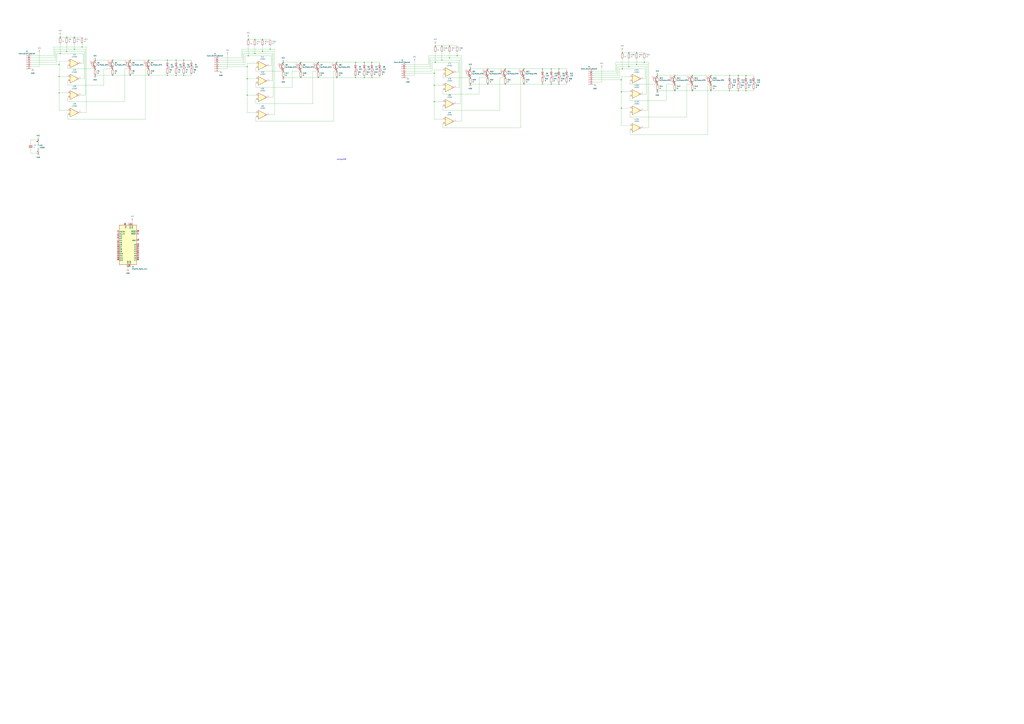
<source format=kicad_sch>
(kicad_sch (version 20250114) (generator "eeschema") (generator_version "9.0")
  (paper "A0")
  (text "atmega328" (at 396.494 185.166 0) (effects (font (size 1.27 1.27))))
  (junction (at 110.49 80.01))
  (junction (at 287.02 77.47))
  (junction (at 825.5 105.41))
  (junction (at 288.29 64.77))
  (junction (at 648.97 80.01))
  (junction (at 304.8 45.72))
  (junction (at 69.85 62.23))
  (junction (at 68.58 74.93))
  (junction (at 130.81 69.85))
  (junction (at 803.91 87.63))
  (junction (at 748.03 72.39))
  (junction (at 504.19 99.06))
  (junction (at 783.59 97.79))
  (junction (at 130.81 80.01))
  (junction (at 77.47 59.69))
  (junction (at 412.75 90.17))
  (junction (at 86.36 43.18))
  (junction (at 739.14 74.93))
  (junction (at 95.25 54.61))
  (junction (at 213.36 69.85))
  (junction (at 847.09 105.41))
  (junction (at 204.47 87.63))
  (junction (at 721.36 92.71))
  (junction (at 328.93 82.55))
  (junction (at 847.09 87.63))
  (junction (at 213.36 87.63))
  (junction (at 608.33 80.01))
  (junction (at 825.5 97.79))
  (junction (at 422.91 72.39))
  (junction (at 513.08 69.85))
  (junction (at 431.8 72.39))
  (junction (at 391.16 72.39))
  (junction (at 640.08 97.79))
  (junction (at 608.33 90.17))
  (junction (at 77.47 43.18))
  (junction (at 763.27 97.79))
  (junction (at 803.91 97.79))
  (junction (at 721.36 125.73))
  (junction (at 288.29 45.72))
  (junction (at 739.14 60.96))
  (junction (at 566.42 97.79))
  (junction (at 391.16 90.17))
  (junction (at 304.8 59.69))
  (junction (at 783.59 105.41))
  (junction (at 857.25 87.63))
  (junction (at 369.57 72.39))
  (junction (at 287.02 110.49))
  (junction (at 44.45 162.56))
  (junction (at 566.42 90.17))
  (junction (at 422.91 90.17))
  (junction (at 391.16 82.55))
  (junction (at 130.81 87.63))
  (junction (at 44.45 177.8))
  (junction (at 763.27 87.63))
  (junction (at 172.72 80.01))
  (junction (at 86.36 57.15))
  (junction (at 369.57 90.17))
  (junction (at 151.13 80.01))
  (junction (at 69.85 43.18))
  (junction (at 172.72 69.85))
  (junction (at 546.1 90.17))
  (junction (at 825.5 87.63))
  (junction (at 151.13 69.85))
  (junction (at 783.59 87.63))
  (junction (at 530.86 64.77))
  (junction (at 349.25 82.55))
  (junction (at 172.72 87.63))
  (junction (at 857.25 105.41))
  (junction (at 608.33 97.79))
  (junction (at 629.92 97.79))
  (junction (at 721.36 106.68))
  (junction (at 866.14 87.63))
  (junction (at 546.1 97.79))
  (junction (at 295.91 45.72))
  (junction (at 586.74 90.17))
  (junction (at 730.25 60.96))
  (junction (at 566.42 80.01))
  (junction (at 521.97 67.31))
  (junction (at 504.19 118.11))
  (junction (at 586.74 97.79))
  (junction (at 328.93 90.17))
  (junction (at 110.49 87.63))
  (junction (at 505.46 53.34))
  (junction (at 349.25 72.39))
  (junction (at 194.31 69.85))
  (junction (at 504.19 85.09))
  (junction (at 110.49 69.85))
  (junction (at 68.58 107.95))
  (junction (at 431.8 90.17))
  (junction (at 412.75 72.39))
  (junction (at 763.27 105.41))
  (junction (at 369.57 82.55))
  (junction (at 505.46 72.39))
  (junction (at 546.1 80.01))
  (junction (at 295.91 62.23))
  (junction (at 730.25 77.47))
  (junction (at 648.97 97.79))
  (junction (at 151.13 87.63))
  (junction (at 722.63 80.01))
  (junction (at 148.59 309.88))
  (junction (at 204.47 69.85))
  (junction (at 629.92 80.01))
  (junction (at 586.74 80.01))
  (junction (at 513.08 53.34))
  (junction (at 287.02 91.44))
  (junction (at 521.97 53.34))
  (junction (at 803.91 105.41))
  (junction (at 866.14 105.41))
  (junction (at 349.25 90.17))
  (junction (at 328.93 72.39))
  (junction (at 313.69 57.15))
  (junction (at 640.08 80.01))
  (junction (at 194.31 87.63))
  (junction (at 68.58 88.9))
  (junction (at 722.63 60.96))
  (wire (pts (xy 35.56 64.77) (xy 62.23 64.77)))
  (wire (pts (xy 471.17 80.01) (xy 500.38 80.01)))
  (wire (pts (xy 749.3 91.44) (xy 749.3 80.01)))
  (wire (pts (xy 497.84 64.77) (xy 530.86 64.77)))
  (wire (pts (xy 773.43 116.84) (xy 731.52 116.84)))
  (wire (pts (xy 875.03 87.63) (xy 875.03 88.9)))
  (wire (pts (xy 264.16 80.01) (xy 264.16 63.5)))
  (wire (pts (xy 144.78 80.01) (xy 151.13 80.01)))
  (wire (pts (xy 317.5 59.69) (xy 304.8 59.69)))
  (wire (pts (xy 297.18 101.6) (xy 297.18 96.52)))
  (wire (pts (xy 35.56 162.56) (xy 44.45 162.56)))
  (wire (pts (xy 629.92 96.52) (xy 629.92 97.79)))
  (wire (pts (xy 698.5 95.25) (xy 698.5 78.74)))
  (wire (pts (xy 254 82.55) (xy 256.54 82.55)))
  (wire (pts (xy 534.67 120.65) (xy 534.67 67.31)))
  (wire (pts (xy 513.08 69.85) (xy 533.4 69.85)))
  (wire (pts (xy 287.02 73.66) (xy 287.02 77.47)))
  (wire (pts (xy 731.52 116.84) (xy 731.52 111.76)))
  (wire (pts (xy 69.85 62.23) (xy 96.52 62.23)))
  (wire (pts (xy 35.56 80.01) (xy 38.1 80.01)))
  (wire (pts (xy 514.35 118.11) (xy 504.19 118.11)))
  (wire (pts (xy 64.77 59.69) (xy 77.47 59.69)))
  (wire (pts (xy 297.18 130.81) (xy 287.02 130.81)))
  (wire (pts (xy 546.1 97.79) (xy 566.42 97.79)))
  (wire (pts (xy 797.56 135.89) (xy 797.56 97.79)))
  (wire (pts (xy 45.72 77.47) (xy 45.72 60.96)))
  (wire (pts (xy 857.25 87.63) (xy 866.14 87.63)))
  (wire (pts (xy 566.42 97.79) (xy 586.74 97.79)))
  (wire (pts (xy 172.72 87.63) (xy 194.31 87.63)))
  (wire (pts (xy 657.86 97.79) (xy 657.86 96.52)))
  (wire (pts (xy 688.34 95.25) (xy 698.5 95.25)))
  (wire (pts (xy 68.58 88.9) (xy 78.74 88.9)))
  (wire (pts (xy 254 77.47) (xy 287.02 77.47)))
  (wire (pts (xy 648.97 80.01) (xy 657.86 80.01)))
  (wire (pts (xy 297.18 135.89) (xy 297.18 140.97)))
  (wire (pts (xy 297.18 82.55) (xy 297.18 78.74)))
  (wire (pts (xy 313.69 57.15) (xy 318.77 57.15)))
  (wire (pts (xy 746.76 128.27) (xy 751.84 128.27)))
  (wire (pts (xy 718.82 80.01) (xy 718.82 90.17)))
  (wire (pts (xy 63.5 67.31) (xy 35.56 67.31)))
  (wire (pts (xy 78.74 128.27) (xy 68.58 128.27)))
  (wire (pts (xy 521.97 53.34) (xy 530.86 53.34)))
  (wire (pts (xy 284.48 64.77) (xy 284.48 74.93)))
  (wire (pts (xy 530.86 64.77) (xy 535.94 64.77)))
  (wire (pts (xy 422.91 90.17) (xy 422.91 88.9)))
  (wire (pts (xy 369.57 72.39) (xy 391.16 72.39)))
  (wire (pts (xy 297.18 115.57) (xy 297.18 120.65)))
  (wire (pts (xy 63.5 57.15) (xy 63.5 67.31)))
  (wire (pts (xy 130.81 80.01) (xy 120.65 80.01)))
  (wire (pts (xy 866.14 105.41) (xy 875.03 105.41)))
  (wire (pts (xy 688.34 97.79) (xy 690.88 97.79)))
  (wire (pts (xy 363.22 120.65) (xy 363.22 82.55)))
  (wire (pts (xy 194.31 86.36) (xy 194.31 87.63)))
  (wire (pts (xy 287.02 130.81) (xy 287.02 110.49)))
  (wire (pts (xy 35.56 74.93) (xy 68.58 74.93)))
  (wire (pts (xy 317.5 113.03) (xy 317.5 59.69)))
  (wire (pts (xy 62.23 64.77) (xy 62.23 54.61)))
  (wire (pts (xy 168.91 138.43) (xy 168.91 80.01)))
  (wire (pts (xy 97.79 59.69) (xy 97.79 91.44)))
  (wire (pts (xy 391.16 72.39) (xy 412.75 72.39)))
  (wire (pts (xy 715.01 82.55) (xy 715.01 72.39)))
  (wire (pts (xy 280.67 57.15) (xy 313.69 57.15)))
  (wire (pts (xy 281.94 69.85) (xy 254 69.85)))
  (wire (pts (xy 110.49 87.63) (xy 130.81 87.63)))
  (wire (pts (xy 328.93 90.17) (xy 349.25 90.17)))
  (wire (pts (xy 521.97 67.31) (xy 499.11 67.31)))
  (wire (pts (xy 204.47 69.85) (xy 204.47 71.12)))
  (wire (pts (xy 471.17 90.17) (xy 473.71 90.17)))
  (wire (pts (xy 847.09 104.14) (xy 847.09 105.41)))
  (wire (pts (xy 722.63 68.58) (xy 722.63 80.01)))
  (wire (pts (xy 505.46 53.34) (xy 505.46 54.61)))
  (wire (pts (xy 297.18 140.97) (xy 387.35 140.97)))
  (wire (pts (xy 783.59 105.41) (xy 803.91 105.41)))
  (wire (pts (xy 78.74 80.01) (xy 78.74 76.2)))
  (wire (pts (xy 304.8 59.69) (xy 281.94 59.69)))
  (wire (pts (xy 93.98 110.49) (xy 99.06 110.49)))
  (wire (pts (xy 748.03 72.39) (xy 753.11 72.39)))
  (wire (pts (xy 505.46 60.96) (xy 505.46 72.39)))
  (wire (pts (xy 151.13 69.85) (xy 172.72 69.85)))
  (wire (pts (xy 412.75 90.17) (xy 422.91 90.17)))
  (wire (pts (xy 566.42 80.01) (xy 586.74 80.01)))
  (wire (pts (xy 566.42 90.17) (xy 556.26 90.17)))
  (wire (pts (xy 69.85 43.18) (xy 77.47 43.18)))
  (wire (pts (xy 78.74 138.43) (xy 168.91 138.43)))
  (wire (pts (xy 349.25 82.55) (xy 339.09 82.55)))
  (wire (pts (xy 753.11 148.59) (xy 746.76 148.59)))
  (wire (pts (xy 847.09 87.63) (xy 857.25 87.63)))
  (wire (pts (xy 66.04 72.39) (xy 35.56 72.39)))
  (wire (pts (xy 750.57 77.47) (xy 750.57 109.22)))
  (wire (pts (xy 35.56 177.8) (xy 44.45 177.8)))
  (wire (pts (xy 391.16 90.17) (xy 412.75 90.17)))
  (wire (pts (xy 318.77 133.35) (xy 312.42 133.35)))
  (wire (pts (xy 640.08 80.01) (xy 640.08 81.28)))
  (wire (pts (xy 608.33 97.79) (xy 629.92 97.79)))
  (wire (pts (xy 66.04 62.23) (xy 69.85 62.23)))
  (wire (pts (xy 722.63 58.42) (xy 722.63 60.96)))
  (wire (pts (xy 194.31 69.85) (xy 204.47 69.85)))
  (wire (pts (xy 731.52 97.79) (xy 763.27 97.79)))
  (wire (pts (xy 110.49 69.85) (xy 130.81 69.85)))
  (wire (pts (xy 533.4 101.6) (xy 529.59 101.6)))
  (wire (pts (xy 730.25 68.58) (xy 730.25 77.47)))
  (wire (pts (xy 721.36 88.9) (xy 721.36 92.71)))
  (wire (pts (xy 288.29 64.77) (xy 314.96 64.77)))
  (wire (pts (xy 422.91 90.17) (xy 431.8 90.17)))
  (wire (pts (xy 440.69 90.17) (xy 440.69 88.9)))
  (wire (pts (xy 130.81 87.63) (xy 151.13 87.63)))
  (wire (pts (xy 721.36 92.71) (xy 721.36 106.68)))
  (wire (pts (xy 316.23 93.98) (xy 312.42 93.98)))
  (wire (pts (xy 504.19 138.43) (xy 504.19 118.11)))
  (wire (pts (xy 431.8 72.39) (xy 431.8 73.66)))
  (wire (pts (xy 722.63 60.96) (xy 730.25 60.96)))
  (wire (pts (xy 648.97 97.79) (xy 657.86 97.79)))
  (wire (pts (xy 739.14 60.96) (xy 748.03 60.96)))
  (wire (pts (xy 803.91 105.41) (xy 825.5 105.41)))
  (wire (pts (xy 349.25 90.17) (xy 369.57 90.17)))
  (wire (pts (xy 751.84 128.27) (xy 751.84 74.93)))
  (wire (pts (xy 318.77 57.15) (xy 318.77 133.35)))
  (wire (pts (xy 731.52 125.73) (xy 721.36 125.73)))
  (wire (pts (xy 297.18 73.66) (xy 287.02 73.66)))
  (wire (pts (xy 739.14 68.58) (xy 739.14 74.93)))
  (wire (pts (xy 504.19 118.11) (xy 504.19 99.06)))
  (wire (pts (xy 387.35 140.97) (xy 387.35 82.55)))
  (wire (pts (xy 313.69 53.34) (xy 313.69 57.15)))
  (wire (pts (xy 77.47 43.18) (xy 86.36 43.18)))
  (wire (pts (xy 281.94 59.69) (xy 281.94 69.85)))
  (wire (pts (xy 148.59 309.88) (xy 148.59 312.42)))
  (wire (pts (xy 471.17 87.63) (xy 481.33 87.63)))
  (wire (pts (xy 866.14 87.63) (xy 875.03 87.63)))
  (wire (pts (xy 731.52 130.81) (xy 731.52 135.89)))
  (wire (pts (xy 222.25 87.63) (xy 222.25 86.36)))
  (wire (pts (xy 505.46 72.39) (xy 532.13 72.39)))
  (wire (pts (xy 35.56 166.37) (xy 35.56 162.56)))
  (wire (pts (xy 731.52 88.9) (xy 721.36 88.9)))
  (wire (pts (xy 120.65 80.01) (xy 120.65 99.06)))
  (wire (pts (xy 194.31 69.85) (xy 194.31 71.12)))
  (wire (pts (xy 78.74 99.06) (xy 78.74 93.98)))
  (wire (pts (xy 194.31 87.63) (xy 204.47 87.63)))
  (wire (pts (xy 254 67.31) (xy 280.67 67.31)))
  (wire (pts (xy 77.47 59.69) (xy 97.79 59.69)))
  (wire (pts (xy 312.42 76.2) (xy 314.96 76.2)))
  (wire (pts (xy 304.8 53.34) (xy 304.8 59.69)))
  (wire (pts (xy 130.81 69.85) (xy 151.13 69.85)))
  (wire (pts (xy 68.58 74.93) (xy 68.58 88.9)))
  (wire (pts (xy 763.27 105.41) (xy 783.59 105.41)))
  (wire (pts (xy 99.06 110.49) (xy 99.06 57.15)))
  (wire (pts (xy 648.97 96.52) (xy 648.97 97.79)))
  (wire (pts (xy 283.21 72.39) (xy 283.21 62.23)))
  (wire (pts (xy 422.91 72.39) (xy 422.91 73.66)))
  (wire (pts (xy 78.74 113.03) (xy 78.74 118.11)))
  (wire (pts (xy 586.74 97.79) (xy 608.33 97.79)))
  (wire (pts (xy 529.59 83.82) (xy 532.13 83.82)))
  (wire (pts (xy 412.75 72.39) (xy 422.91 72.39)))
  (wire (pts (xy 501.65 72.39) (xy 501.65 82.55)))
  (wire (pts (xy 730.25 60.96) (xy 739.14 60.96)))
  (wire (pts (xy 297.18 120.65) (xy 363.22 120.65)))
  (wire (pts (xy 100.33 130.81) (xy 93.98 130.81)))
  (wire (pts (xy 534.67 67.31) (xy 521.97 67.31)))
  (wire (pts (xy 99.06 57.15) (xy 86.36 57.15)))
  (wire (pts (xy 746.76 91.44) (xy 749.3 91.44)))
  (wire (pts (xy 35.56 173.99) (xy 35.56 177.8)))
  (wire (pts (xy 857.25 87.63) (xy 857.25 88.9)))
  (wire (pts (xy 471.17 74.93) (xy 497.84 74.93)))
  (wire (pts (xy 431.8 90.17) (xy 440.69 90.17)))
  (wire (pts (xy 629.92 80.01) (xy 629.92 81.28)))
  (wire (pts (xy 513.08 53.34) (xy 521.97 53.34)))
  (wire (pts (xy 213.36 87.63) (xy 222.25 87.63)))
  (wire (pts (xy 556.26 90.17) (xy 556.26 109.22)))
  (wire (pts (xy 514.35 128.27) (xy 580.39 128.27)))
  (wire (pts (xy 535.94 140.97) (xy 529.59 140.97)))
  (wire (pts (xy 440.69 72.39) (xy 440.69 73.66)))
  (wire (pts (xy 847.09 87.63) (xy 847.09 88.9)))
  (wire (pts (xy 847.09 105.41) (xy 857.25 105.41)))
  (wire (pts (xy 288.29 45.72) (xy 295.91 45.72)))
  (wire (pts (xy 722.63 60.96) (xy 722.63 62.23)))
  (wire (pts (xy 730.25 77.47) (xy 750.57 77.47)))
  (wire (pts (xy 369.57 90.17) (xy 391.16 90.17)))
  (wire (pts (xy 783.59 97.79) (xy 773.43 97.79)))
  (wire (pts (xy 284.48 64.77) (xy 288.29 64.77)))
  (wire (pts (xy 387.35 82.55) (xy 391.16 82.55)))
  (wire (pts (xy 514.35 138.43) (xy 504.19 138.43)))
  (wire (pts (xy 514.35 123.19) (xy 514.35 128.27)))
  (wire (pts (xy 86.36 43.18) (xy 95.25 43.18)))
  (wire (pts (xy 731.52 156.21) (xy 821.69 156.21)))
  (wire (pts (xy 731.52 146.05) (xy 721.36 146.05)))
  (wire (pts (xy 514.35 143.51) (xy 514.35 148.59)))
  (wire (pts (xy 640.08 80.01) (xy 648.97 80.01)))
  (wire (pts (xy 501.65 72.39) (xy 505.46 72.39)))
  (wire (pts (xy 751.84 74.93) (xy 739.14 74.93)))
  (wire (pts (xy 297.18 110.49) (xy 287.02 110.49)))
  (wire (pts (xy 866.14 87.63) (xy 866.14 88.9)))
  (wire (pts (xy 412.75 88.9) (xy 412.75 90.17)))
  (wire (pts (xy 688.34 82.55) (xy 715.01 82.55)))
  (wire (pts (xy 866.14 104.14) (xy 866.14 105.41)))
  (wire (pts (xy 328.93 72.39) (xy 349.25 72.39)))
  (wire (pts (xy 604.52 148.59) (xy 604.52 90.17)))
  (wire (pts (xy 295.91 45.72) (xy 304.8 45.72)))
  (wire (pts (xy 151.13 87.63) (xy 172.72 87.63)))
  (wire (pts (xy 78.74 118.11) (xy 144.78 118.11)))
  (wire (pts (xy 717.55 77.47) (xy 730.25 77.47)))
  (wire (pts (xy 62.23 54.61) (xy 95.25 54.61)))
  (wire (pts (xy 629.92 97.79) (xy 640.08 97.79)))
  (wire (pts (xy 783.59 87.63) (xy 803.91 87.63)))
  (wire (pts (xy 148.59 309.88) (xy 151.13 309.88)))
  (wire (pts (xy 580.39 90.17) (xy 586.74 90.17)))
  (wire (pts (xy 77.47 50.8) (xy 77.47 59.69)))
  (wire (pts (xy 821.69 156.21) (xy 821.69 97.79)))
  (wire (pts (xy 144.78 118.11) (xy 144.78 80.01)))
  (wire (pts (xy 153.67 256.54) (xy 153.67 259.08)))
  (wire (pts (xy 314.96 76.2) (xy 314.96 64.77)))
  (wire (pts (xy 481.33 87.63) (xy 481.33 71.12)))
  (wire (pts (xy 422.91 72.39) (xy 431.8 72.39)))
  (wire (pts (xy 78.74 71.12) (xy 68.58 71.12)))
  (wire (pts (xy 530.86 60.96) (xy 530.86 64.77)))
  (wire (pts (xy 78.74 80.01) (xy 110.49 80.01)))
  (wire (pts (xy 825.5 87.63) (xy 847.09 87.63)))
  (wire (pts (xy 254 80.01) (xy 264.16 80.01)))
  (wire (pts (xy 731.52 135.89) (xy 797.56 135.89)))
  (wire (pts (xy 718.82 90.17) (xy 688.34 90.17)))
  (wire (pts (xy 35.56 77.47) (xy 45.72 77.47)))
  (wire (pts (xy 500.38 80.01) (xy 500.38 69.85)))
  (wire (pts (xy 715.01 72.39) (xy 748.03 72.39)))
  (wire (pts (xy 499.11 77.47) (xy 471.17 77.47)))
  (wire (pts (xy 857.25 105.41) (xy 866.14 105.41)))
  (wire (pts (xy 608.33 80.01) (xy 629.92 80.01)))
  (wire (pts (xy 295.91 53.34) (xy 295.91 62.23)))
  (wire (pts (xy 857.25 105.41) (xy 857.25 104.14)))
  (wire (pts (xy 64.77 69.85) (xy 64.77 59.69)))
  (wire (pts (xy 500.38 69.85) (xy 513.08 69.85)))
  (wire (pts (xy 731.52 97.79) (xy 731.52 93.98)))
  (wire (pts (xy 797.56 97.79) (xy 803.91 97.79)))
  (wire (pts (xy 316.23 62.23) (xy 316.23 93.98)))
  (wire (pts (xy 535.94 64.77) (xy 535.94 140.97)))
  (wire (pts (xy 501.65 82.55) (xy 471.17 82.55)))
  (wire (pts (xy 86.36 50.8) (xy 86.36 57.15)))
  (wire (pts (xy 640.08 97.79) (xy 640.08 96.52)))
  (wire (pts (xy 521.97 60.96) (xy 521.97 67.31)))
  (wire (pts (xy 717.55 87.63) (xy 717.55 77.47)))
  (wire (pts (xy 68.58 71.12) (xy 68.58 74.93)))
  (wire (pts (xy 78.74 133.35) (xy 78.74 138.43)))
  (wire (pts (xy 86.36 57.15) (xy 63.5 57.15)))
  (wire (pts (xy 514.35 81.28) (xy 504.19 81.28)))
  (wire (pts (xy 213.36 69.85) (xy 213.36 71.12)))
  (wire (pts (xy 556.26 109.22) (xy 514.35 109.22)))
  (wire (pts (xy 95.25 54.61) (xy 100.33 54.61)))
  (wire (pts (xy 648.97 80.01) (xy 648.97 81.28)))
  (wire (pts (xy 295.91 62.23) (xy 316.23 62.23)))
  (wire (pts (xy 721.36 125.73) (xy 721.36 106.68)))
  (wire (pts (xy 722.63 80.01) (xy 749.3 80.01)))
  (wire (pts (xy 499.11 67.31) (xy 499.11 77.47)))
  (wire (pts (xy 748.03 68.58) (xy 748.03 72.39)))
  (wire (pts (xy 431.8 72.39) (xy 440.69 72.39)))
  (wire (pts (xy 514.35 90.17) (xy 514.35 86.36)))
  (wire (pts (xy 172.72 69.85) (xy 194.31 69.85)))
  (wire (pts (xy 753.11 72.39) (xy 753.11 148.59)))
  (wire (pts (xy 471.17 85.09) (xy 504.19 85.09)))
  (wire (pts (xy 604.52 90.17) (xy 608.33 90.17)))
  (wire (pts (xy 339.09 101.6) (xy 297.18 101.6)))
  (wire (pts (xy 504.19 99.06) (xy 514.35 99.06)))
  (wire (pts (xy 69.85 43.18) (xy 69.85 44.45)))
  (wire (pts (xy 640.08 97.79) (xy 648.97 97.79)))
  (wire (pts (xy 168.91 80.01) (xy 172.72 80.01)))
  (wire (pts (xy 312.42 113.03) (xy 317.5 113.03)))
  (wire (pts (xy 514.35 109.22) (xy 514.35 104.14)))
  (wire (pts (xy 533.4 69.85) (xy 533.4 101.6)))
  (wire (pts (xy 97.79 91.44) (xy 93.98 91.44)))
  (wire (pts (xy 349.25 72.39) (xy 369.57 72.39)))
  (wire (pts (xy 280.67 67.31) (xy 280.67 57.15)))
  (wire (pts (xy 504.19 81.28) (xy 504.19 85.09)))
  (wire (pts (xy 283.21 62.23) (xy 295.91 62.23)))
  (wire (pts (xy 339.09 82.55) (xy 339.09 101.6)))
  (wire (pts (xy 875.03 105.41) (xy 875.03 104.14)))
  (wire (pts (xy 529.59 120.65) (xy 534.67 120.65)))
  (wire (pts (xy 629.92 80.01) (xy 640.08 80.01)))
  (wire (pts (xy 213.36 69.85) (xy 222.25 69.85)))
  (wire (pts (xy 284.48 74.93) (xy 254 74.93)))
  (wire (pts (xy 287.02 110.49) (xy 287.02 91.44)))
  (wire (pts (xy 504.19 85.09) (xy 504.19 99.06)))
  (wire (pts (xy 120.65 99.06) (xy 78.74 99.06)))
  (wire (pts (xy 739.14 74.93) (xy 716.28 74.93)))
  (wire (pts (xy 514.35 90.17) (xy 546.1 90.17)))
  (wire (pts (xy 204.47 69.85) (xy 213.36 69.85)))
  (wire (pts (xy 580.39 128.27) (xy 580.39 90.17)))
  (wire (pts (xy 100.33 54.61) (xy 100.33 130.81)))
  (wire (pts (xy 718.82 80.01) (xy 722.63 80.01)))
  (wire (pts (xy 78.74 107.95) (xy 68.58 107.95)))
  (wire (pts (xy 412.75 72.39) (xy 412.75 73.66)))
  (wire (pts (xy 731.52 151.13) (xy 731.52 156.21)))
  (wire (pts (xy 304.8 45.72) (xy 313.69 45.72)))
  (wire (pts (xy 68.58 107.95) (xy 68.58 88.9)))
  (wire (pts (xy 505.46 50.8) (xy 505.46 53.34)))
  (wire (pts (xy 254 72.39) (xy 283.21 72.39)))
  (wire (pts (xy 95.25 50.8) (xy 95.25 54.61)))
  (wire (pts (xy 721.36 106.68) (xy 731.52 106.68)))
  (wire (pts (xy 688.34 87.63) (xy 717.55 87.63)))
  (wire (pts (xy 721.36 146.05) (xy 721.36 125.73)))
  (wire (pts (xy 96.52 73.66) (xy 96.52 62.23)))
  (wire (pts (xy 297.18 82.55) (xy 328.93 82.55)))
  (wire (pts (xy 204.47 87.63) (xy 213.36 87.63)))
  (wire (pts (xy 505.46 53.34) (xy 513.08 53.34)))
  (wire (pts (xy 287.02 91.44) (xy 297.18 91.44)))
  (wire (pts (xy 287.02 77.47) (xy 287.02 91.44)))
  (wire (pts (xy 821.69 97.79) (xy 825.5 97.79)))
  (wire (pts (xy 213.36 86.36) (xy 213.36 87.63)))
  (wire (pts (xy 35.56 69.85) (xy 64.77 69.85)))
  (wire (pts (xy 532.13 83.82) (xy 532.13 72.39)))
  (wire (pts (xy 288.29 45.72) (xy 288.29 46.99)))
  (wire (pts (xy 93.98 73.66) (xy 96.52 73.66)))
  (wire (pts (xy 513.08 60.96) (xy 513.08 69.85)))
  (wire (pts (xy 69.85 50.8) (xy 69.85 62.23)))
  (wire (pts (xy 688.34 92.71) (xy 721.36 92.71)))
  (wire (pts (xy 716.28 74.93) (xy 716.28 85.09)))
  (wire (pts (xy 657.86 80.01) (xy 657.86 81.28)))
  (wire (pts (xy 546.1 80.01) (xy 566.42 80.01)))
  (wire (pts (xy 68.58 128.27) (xy 68.58 107.95)))
  (wire (pts (xy 363.22 82.55) (xy 369.57 82.55)))
  (wire (pts (xy 497.84 74.93) (xy 497.84 64.77)))
  (wire (pts (xy 431.8 88.9) (xy 431.8 90.17)))
  (wire (pts (xy 222.25 69.85) (xy 222.25 71.12)))
  (wire (pts (xy 716.28 85.09) (xy 688.34 85.09)))
  (wire (pts (xy 825.5 105.41) (xy 847.09 105.41)))
  (wire (pts (xy 773.43 97.79) (xy 773.43 116.84)))
  (wire (pts (xy 66.04 62.23) (xy 66.04 72.39)))
  (wire (pts (xy 288.29 53.34) (xy 288.29 64.77)))
  (wire (pts (xy 69.85 40.64) (xy 69.85 43.18)))
  (wire (pts (xy 763.27 87.63) (xy 783.59 87.63)))
  (wire (pts (xy 514.35 148.59) (xy 604.52 148.59)))
  (wire (pts (xy 750.57 109.22) (xy 746.76 109.22)))
  (wire (pts (xy 204.47 87.63) (xy 204.47 86.36)))
  (wire (pts (xy 803.91 87.63) (xy 825.5 87.63)))
  (wire (pts (xy 586.74 80.01) (xy 608.33 80.01)))
  (wire (pts (xy 288.29 43.18) (xy 288.29 45.72)))
  (symbol (lib_id "Device:LED") (at 629.92 85.09 90) (unit 1)
    (property "Reference" "D9" (at 633.73 85.4074 90) (effects (justify right)))
    (property "Value" "LED" (at 633.73 87.9474 90) (effects (justify right)))
    (property "Footprint" "LED_THT:LED_D3.0mm" (effects (hide yes)))
    (property "Description" "Light emitting diode" (effects (hide yes)))
    (property "Sim.Pins" "1=K 2=A" (effects (hide yes)))
  )
  (symbol (lib_id "Device:LED") (at 194.31 74.93 90) (unit 1)
    (property "Reference" "D1" (at 198.12 75.2474 90) (effects (justify right)))
    (property "Value" "LED" (at 198.12 77.7874 90) (effects (justify right)))
    (property "Footprint" "LED_THT:LED_D3.0mm" (effects (hide yes)))
    (property "Description" "Light emitting diode" (effects (hide yes)))
    (property "Sim.Pins" "1=K 2=A" (effects (hide yes)))
  )
  (symbol (lib_id "Comparator:LM393") (at 521.97 140.97 0) (unit 2)
    (property "Reference" "U9" (at 521.97 130.81 0))
    (property "Value" "LM393" (at 521.97 133.35 0))
    (property "Footprint" "Package_DIP:DIP-8_W7.62mm_Socket_LongPads" (effects (hide yes)))
    (property "Datasheet" "http://www.ti.com/lit/ds/symlink/lm393.pdf" (effects (hide yes)))
    (property "Description" "Low-Power, Low-Offset Voltage, Dual Comparators, DIP-8/SOIC-8/TO-99-8" (effects (hide yes)))
  )
  (symbol (lib_id "Comparator:LM393") (at 86.36 110.49 0) (unit 2)
    (property "Reference" "U2" (at 86.36 100.33 0))
    (property "Value" "LM393" (at 86.36 102.87 0))
    (property "Footprint" "Package_DIP:DIP-8_W7.62mm_Socket_LongPads" (effects (hide yes)))
    (property "Datasheet" "http://www.ti.com/lit/ds/symlink/lm393.pdf" (effects (hide yes)))
    (property "Description" "Low-Power, Low-Offset Voltage, Dual Comparators, DIP-8/SOIC-8/TO-99-8" (effects (hide yes)))
  )
  (symbol (lib_id "Device:Q_Photo_NPN") (at 605.79 85.09 0) (unit 1)
    (property "Reference" "Q12" (at 610.87 83.0706 0) (effects (justify left)))
    (property "Value" "Q_Photo_NPN" (at 610.87 85.6106 0) (effects (justify left)))
    (property "Footprint" "LED_THT:LED_D3.0mm" (effects (hide yes)))
    (property "Description" "NPN phototransistor, collector/emitter" (effects (hide yes)))
  )
  (symbol (lib_id "Device:Q_Photo_NPN") (at 326.39 77.47 0) (unit 1)
    (property "Reference" "Q5" (at 331.47 75.4506 0) (effects (justify left)))
    (property "Value" "Q_Photo_NPN" (at 331.47 77.9906 0) (effects (justify left)))
    (property "Footprint" "LED_THT:LED_D3.0mm" (effects (hide yes)))
    (property "Description" "NPN phototransistor, collector/emitter" (effects (hide yes)))
  )
  (symbol (lib_id "Comparator:LM393") (at 521.97 101.6 0) (unit 2)
    (property "Reference" "U7" (at 521.97 91.44 0))
    (property "Value" "LM393" (at 521.97 93.98 0))
    (property "Footprint" "Package_DIP:DIP-8_W7.62mm_Socket_LongPads" (effects (hide yes)))
    (property "Datasheet" "http://www.ti.com/lit/ds/symlink/lm393.pdf" (effects (hide yes)))
    (property "Description" "Low-Power, Low-Offset Voltage, Dual Comparators, DIP-8/SOIC-8/TO-99-8" (effects (hide yes)))
  )
  (symbol (lib_id "Device:R") (at 730.25 64.77 0) (unit 1)
    (property "Reference" "R38" (at 732.79 63.4999 0) (effects (justify left)))
    (property "Value" "R" (at 732.79 66.0399 0) (effects (justify left)))
    (property "Footprint" "Resistor_THT:R_Axial_DIN0207_L6.3mm_D2.5mm_P7.62mm_Horizontal" (effects (hide yes)))
    (property "Description" "Resistor" (effects (hide yes)))
  )
  (symbol (lib_id "Connector:Conn_01x07_Socket") (at 248.92 74.93 180) (unit 1)
    (property "Reference" "J1" (at 249.555 62.23 0))
    (property "Value" "Conn_01x07_Socket" (at 249.555 64.77 0))
    (property "Description" "Generic connector, single row, 01x07, script generated" (effects (hide yes)))
  )
  (symbol (lib_id "Device:R") (at 313.69 49.53 0) (unit 1)
    (property "Reference" "R16" (at 316.23 48.2599 0) (effects (justify left)))
    (property "Value" "R" (at 316.23 50.7999 0) (effects (justify left)))
    (property "Footprint" "Resistor_THT:R_Axial_DIN0207_L6.3mm_D2.5mm_P7.62mm_Horizontal" (effects (hide yes)))
    (property "Description" "Resistor" (effects (hide yes)))
  )
  (symbol (lib_id "Device:R") (at 546.1 93.98 0) (unit 1)
    (property "Reference" "R29" (at 548.64 92.7099 0) (effects (justify left)))
    (property "Value" "R" (at 548.64 95.2499 0) (effects (justify left)))
    (property "Footprint" "Resistor_THT:R_Axial_DIN0207_L6.3mm_D2.5mm_P7.62mm_Horizontal" (effects (hide yes)))
    (property "Description" "Resistor" (effects (hide yes)))
  )
  (symbol (lib_id "Device:Q_Photo_NPN") (at 107.95 74.93 0) (unit 1)
    (property "Reference" "Q1" (at 113.03 72.9106 0) (effects (justify left)))
    (property "Value" "Q_Photo_NPN" (at 113.03 75.4506 0) (effects (justify left)))
    (property "Footprint" "LED_THT:LED_D3.0mm" (effects (hide yes)))
    (property "Description" "NPN phototransistor, collector/emitter" (effects (hide yes)))
  )
  (symbol (lib_id "Device:R") (at 328.93 86.36 0) (unit 1)
    (property "Reference" "R17" (at 331.47 85.0899 0) (effects (justify left)))
    (property "Value" "R" (at 331.47 87.6299 0) (effects (justify left)))
    (property "Footprint" "Resistor_THT:R_Axial_DIN0207_L6.3mm_D2.5mm_P7.62mm_Horizontal" (effects (hide yes)))
    (property "Description" "Resistor" (effects (hide yes)))
  )
  (symbol (lib_id "Device:R") (at 431.8 85.09 0) (unit 1)
    (property "Reference" "R23" (at 434.34 83.8199 0) (effects (justify left)))
    (property "Value" "R" (at 434.34 86.3599 0) (effects (justify left)))
    (property "Footprint" "Resistor_THT:R_Axial_DIN0207_L6.3mm_D2.5mm_P7.62mm_Horizontal" (effects (hide yes)))
    (property "Description" "Resistor" (effects (hide yes)))
  )
  (symbol (lib_id "Comparator:LM393") (at 739.14 148.59 0) (unit 2)
    (property "Reference" "U12" (at 739.14 138.43 0))
    (property "Value" "LM393" (at 739.14 140.97 0))
    (property "Footprint" "Package_DIP:DIP-8_W7.62mm_Socket_LongPads" (effects (hide yes)))
    (property "Datasheet" "http://www.ti.com/lit/ds/symlink/lm393.pdf" (effects (hide yes)))
    (property "Description" "Low-Power, Low-Offset Voltage, Dual Comparators, DIP-8/SOIC-8/TO-99-8" (effects (hide yes)))
  )
  (symbol (lib_id "Device:R") (at 608.33 93.98 0) (unit 1)
    (property "Reference" "R32" (at 610.87 92.7099 0) (effects (justify left)))
    (property "Value" "R" (at 610.87 95.2499 0) (effects (justify left)))
    (property "Footprint" "Resistor_THT:R_Axial_DIN0207_L6.3mm_D2.5mm_P7.62mm_Horizontal" (effects (hide yes)))
    (property "Description" "Resistor" (effects (hide yes)))
  )
  (symbol (lib_id "Device:LED") (at 222.25 74.93 90) (unit 1)
    (property "Reference" "D4" (at 226.06 75.2474 90) (effects (justify right)))
    (property "Value" "LED" (at 226.06 77.7874 90) (effects (justify right)))
    (property "Footprint" "LED_THT:LED_D3.0mm" (effects (hide yes)))
    (property "Description" "Light emitting diode" (effects (hide yes)))
    (property "Sim.Pins" "1=K 2=A" (effects (hide yes)))
  )
  (symbol (lib_id "Device:R") (at 151.13 83.82 0) (unit 1)
    (property "Reference" "R9" (at 153.67 82.5499 0) (effects (justify left)))
    (property "Value" "R" (at 153.67 85.0899 0) (effects (justify left)))
    (property "Footprint" "Resistor_THT:R_Axial_DIN0207_L6.3mm_D2.5mm_P7.62mm_Horizontal" (effects (hide yes)))
    (property "Description" "Resistor" (effects (hide yes)))
  )
  (symbol (lib_id "Device:LED") (at 204.47 74.93 90) (unit 1)
    (property "Reference" "D2" (at 208.28 75.2474 90) (effects (justify right)))
    (property "Value" "LED" (at 208.28 77.7874 90) (effects (justify right)))
    (property "Footprint" "LED_THT:LED_D3.0mm" (effects (hide yes)))
    (property "Description" "Light emitting diode" (effects (hide yes)))
    (property "Sim.Pins" "1=K 2=A" (effects (hide yes)))
  )
  (symbol (lib_id "power:GND") (at 763.27 105.41 0) (unit 1)
    (property "Reference" "#PWR022" (effects (hide yes)))
    (property "Value" "GND" (at 763.27 110.49 0))
    (property "Description" "Power symbol creates a global label with name \"GND\" , ground" (effects (hide yes)))
  )
  (symbol (lib_id "Comparator:LM393") (at 521.97 120.65 0) (unit 2)
    (property "Reference" "U8" (at 521.97 110.49 0))
    (property "Value" "LM393" (at 521.97 113.03 0))
    (property "Footprint" "Package_DIP:DIP-8_W7.62mm_Socket_LongPads" (effects (hide yes)))
    (property "Datasheet" "http://www.ti.com/lit/ds/symlink/lm393.pdf" (effects (hide yes)))
    (property "Description" "Low-Power, Low-Offset Voltage, Dual Comparators, DIP-8/SOIC-8/TO-99-8" (effects (hide yes)))
  )
  (symbol (lib_id "Device:Q_Photo_NPN") (at 388.62 77.47 0) (unit 1)
    (property "Reference" "Q8" (at 393.7 75.4506 0) (effects (justify left)))
    (property "Value" "Q_Photo_NPN" (at 393.7 77.9906 0) (effects (justify left)))
    (property "Footprint" "LED_THT:LED_D3.0mm" (effects (hide yes)))
    (property "Description" "NPN phototransistor, collector/emitter" (effects (hide yes)))
  )
  (symbol (lib_id "Device:Q_Photo_NPN") (at 584.2 85.09 0) (unit 1)
    (property "Reference" "Q11" (at 589.28 83.0706 0) (effects (justify left)))
    (property "Value" "Q_Photo_NPN" (at 589.28 85.6106 0) (effects (justify left)))
    (property "Footprint" "LED_THT:LED_D3.0mm" (effects (hide yes)))
    (property "Description" "NPN phototransistor, collector/emitter" (effects (hide yes)))
  )
  (symbol (lib_id "Device:Q_Photo_NPN") (at 148.59 74.93 0) (unit 1)
    (property "Reference" "Q3" (at 153.67 72.9106 0) (effects (justify left)))
    (property "Value" "Q_Photo_NPN" (at 153.67 75.4506 0) (effects (justify left)))
    (property "Footprint" "LED_THT:LED_D3.0mm" (effects (hide yes)))
    (property "Description" "NPN phototransistor, collector/emitter" (effects (hide yes)))
  )
  (symbol (lib_id "Device:Q_Photo_NPN") (at 822.96 92.71 0) (unit 1)
    (property "Reference" "Q16" (at 828.04 90.6906 0) (effects (justify left)))
    (property "Value" "Q_Photo_NPN" (at 828.04 93.2306 0) (effects (justify left)))
    (property "Footprint" "LED_THT:LED_D3.0mm" (effects (hide yes)))
    (property "Description" "NPN phototransistor, collector/emitter" (effects (hide yes)))
  )
  (symbol (lib_id "Device:R") (at 295.91 49.53 0) (unit 1)
    (property "Reference" "R14" (at 298.45 48.2599 0) (effects (justify left)))
    (property "Value" "R" (at 298.45 50.7999 0) (effects (justify left)))
    (property "Footprint" "Resistor_THT:R_Axial_DIN0207_L6.3mm_D2.5mm_P7.62mm_Horizontal" (effects (hide yes)))
    (property "Description" "Resistor" (effects (hide yes)))
  )
  (symbol (lib_id "Device:R") (at 422.91 85.09 0) (unit 1)
    (property "Reference" "R22" (at 425.45 83.8199 0) (effects (justify left)))
    (property "Value" "R" (at 425.45 86.3599 0) (effects (justify left)))
    (property "Footprint" "Resistor_THT:R_Axial_DIN0207_L6.3mm_D2.5mm_P7.62mm_Horizontal" (effects (hide yes)))
    (property "Description" "Resistor" (effects (hide yes)))
  )
  (symbol (lib_id "Comparator:LM393") (at 86.36 91.44 0) (unit 2)
    (property "Reference" "U1" (at 86.36 81.28 0))
    (property "Value" "LM393" (at 86.36 83.82 0))
    (property "Footprint" "Package_DIP:DIP-8_W7.62mm_Socket_LongPads" (effects (hide yes)))
    (property "Datasheet" "http://www.ti.com/lit/ds/symlink/lm393.pdf" (effects (hide yes)))
    (property "Description" "Low-Power, Low-Offset Voltage, Dual Comparators, DIP-8/SOIC-8/TO-99-8" (effects (hide yes)))
  )
  (symbol (lib_id "Device:Q_Photo_NPN") (at 801.37 92.71 0) (unit 1)
    (property "Reference" "Q15" (at 806.45 90.6906 0) (effects (justify left)))
    (property "Value" "Q_Photo_NPN" (at 806.45 93.2306 0) (effects (justify left)))
    (property "Footprint" "LED_THT:LED_D3.0mm" (effects (hide yes)))
    (property "Description" "NPN phototransistor, collector/emitter" (effects (hide yes)))
  )
  (symbol (lib_id "Comparator:LM393") (at 46.99 170.18 0) (unit 3)
    (property "Reference" "U1" (at 45.72 168.9099 0) (effects (justify left)))
    (property "Value" "LM393" (at 45.72 171.4499 0) (effects (justify left)))
    (property "Footprint" "Package_DIP:DIP-8_W7.62mm_Socket_LongPads" (effects (hide yes)))
    (property "Datasheet" "http://www.ti.com/lit/ds/symlink/lm393.pdf" (effects (hide yes)))
    (property "Description" "Low-Power, Low-Offset Voltage, Dual Comparators, DIP-8/SOIC-8/TO-99-8" (effects (hide yes)))
  )
  (symbol (lib_id "Device:R") (at 110.49 83.82 0) (unit 1)
    (property "Reference" "R1" (at 113.03 82.5499 0) (effects (justify left)))
    (property "Value" "R" (at 113.03 85.0899 0) (effects (justify left)))
    (property "Footprint" "Resistor_THT:R_Axial_DIN0207_L6.3mm_D2.5mm_P7.62mm_Horizontal" (effects (hide yes)))
    (property "Description" "Resistor" (effects (hide yes)))
  )
  (symbol (lib_id "Device:R") (at 505.46 57.15 0) (unit 1)
    (property "Reference" "R25" (effects (hide yes)))
    (property "Value" "R" (at 508 58.4199 0) (effects (justify left)))
    (property "Footprint" "Resistor_THT:R_Axial_DIN0207_L6.3mm_D2.5mm_P7.62mm_Horizontal" (effects (hide yes)))
    (property "Description" "Resistor" (effects (hide yes)))
  )
  (symbol (lib_id "Device:R") (at 875.03 100.33 0) (unit 1)
    (property "Reference" "R48" (at 877.57 99.0599 0) (effects (justify left)))
    (property "Value" "R" (at 877.57 101.5999 0) (effects (justify left)))
    (property "Footprint" "Resistor_THT:R_Axial_DIN0207_L6.3mm_D2.5mm_P7.62mm_Horizontal" (effects (hide yes)))
    (property "Description" "Resistor" (effects (hide yes)))
  )
  (symbol (lib_id "Device:R") (at 763.27 101.6 0) (unit 1)
    (property "Reference" "R41" (at 765.81 100.3299 0) (effects (justify left)))
    (property "Value" "R" (at 765.81 102.8699 0) (effects (justify left)))
    (property "Footprint" "Resistor_THT:R_Axial_DIN0207_L6.3mm_D2.5mm_P7.62mm_Horizontal" (effects (hide yes)))
    (property "Description" "Resistor" (effects (hide yes)))
  )
  (symbol (lib_id "power:VCC") (at 45.72 60.96 0) (unit 1)
    (property "Reference" "#PWR09" (effects (hide yes)))
    (property "Value" "VCC" (at 45.72 55.88 0))
    (property "Description" "Power symbol creates a global label with name \"VCC\"" (effects (hide yes)))
  )
  (symbol (lib_id "Device:R") (at 748.03 64.77 0) (unit 1)
    (property "Reference" "R40" (at 750.57 63.4999 0) (effects (justify left)))
    (property "Value" "R" (at 750.57 66.0399 0) (effects (justify left)))
    (property "Footprint" "Resistor_THT:R_Axial_DIN0207_L6.3mm_D2.5mm_P7.62mm_Horizontal" (effects (hide yes)))
    (property "Description" "Resistor" (effects (hide yes)))
  )
  (symbol (lib_id "power:GND") (at 473.71 90.17 0) (unit 1)
    (property "Reference" "#PWR013" (effects (hide yes)))
    (property "Value" "GND" (at 473.71 95.25 0))
    (property "Description" "Power symbol creates a global label with name \"GND\" , ground" (effects (hide yes)))
  )
  (symbol (lib_id "Connector:Conn_01x07_Socket") (at 30.48 72.39 180) (unit 1)
    (property "Reference" "J2" (at 31.115 59.69 0))
    (property "Value" "Conn_01x07_Socket" (at 31.115 62.23 0))
    (property "Description" "Generic connector, single row, 01x07, script generated" (effects (hide yes)))
  )
  (symbol (lib_id "Device:R") (at 369.57 86.36 0) (unit 1)
    (property "Reference" "R19" (at 372.11 85.0899 0) (effects (justify left)))
    (property "Value" "R" (at 372.11 87.6299 0) (effects (justify left)))
    (property "Footprint" "Resistor_THT:R_Axial_DIN0207_L6.3mm_D2.5mm_P7.62mm_Horizontal" (effects (hide yes)))
    (property "Description" "Resistor" (effects (hide yes)))
  )
  (symbol (lib_id "Device:Q_Photo_NPN") (at 346.71 77.47 0) (unit 1)
    (property "Reference" "Q6" (at 351.79 75.4506 0) (effects (justify left)))
    (property "Value" "Q_Photo_NPN" (at 351.79 77.9906 0) (effects (justify left)))
    (property "Footprint" "LED_THT:LED_D3.0mm" (effects (hide yes)))
    (property "Description" "NPN phototransistor, collector/emitter" (effects (hide yes)))
  )
  (symbol (lib_id "power:VCC") (at 481.33 71.12 0) (unit 1)
    (property "Reference" "#PWR014" (effects (hide yes)))
    (property "Value" "VCC" (at 481.33 66.04 0))
    (property "Description" "Power symbol creates a global label with name \"VCC\"" (effects (hide yes)))
  )
  (symbol (lib_id "MCU_Module:Arduino_Nano_v2.x") (at 148.59 284.48 0) (unit 1)
    (property "Reference" "A1" (at 153.2733 309.88 0) (effects (justify left)))
    (property "Value" "Arduino_Nano_v2.x" (at 153.2733 312.42 0) (effects (justify left)))
    (property "Footprint" "Module:Arduino_Nano" (effects (hide yes)))
    (property "Datasheet" "https://www.arduino.cc/en/uploads/Main/ArduinoNanoManual23.pdf" (effects (hide yes)))
    (property "Description" "Arduino Nano v2.x" (effects (hide yes)))
  )
  (symbol (lib_id "Comparator:LM393") (at 86.36 130.81 0) (unit 2)
    (property "Reference" "U3" (at 86.36 120.65 0))
    (property "Value" "LM393" (at 86.36 123.19 0))
    (property "Footprint" "Package_DIP:DIP-8_W7.62mm_Socket_LongPads" (effects (hide yes)))
    (property "Datasheet" "http://www.ti.com/lit/ds/symlink/lm393.pdf" (effects (hide yes)))
    (property "Description" "Low-Power, Low-Offset Voltage, Dual Comparators, DIP-8/SOIC-8/TO-99-8" (effects (hide yes)))
  )
  (symbol (lib_id "Device:R") (at 222.25 82.55 0) (unit 1)
    (property "Reference" "R8" (at 224.79 81.2799 0) (effects (justify left)))
    (property "Value" "R" (at 224.79 83.8199 0) (effects (justify left)))
    (property "Footprint" "Resistor_THT:R_Axial_DIN0207_L6.3mm_D2.5mm_P7.62mm_Horizontal" (effects (hide yes)))
    (property "Description" "Resistor" (effects (hide yes)))
  )
  (symbol (lib_id "power:VCC") (at 763.27 87.63 0) (unit 1)
    (property "Reference" "#PWR021" (effects (hide yes)))
    (property "Value" "VCC" (at 763.27 82.55 0))
    (property "Description" "Power symbol creates a global label with name \"VCC\"" (effects (hide yes)))
  )
  (symbol (lib_id "Device:LED") (at 875.03 92.71 90) (unit 1)
    (property "Reference" "D16" (at 878.84 93.0274 90) (effects (justify right)))
    (property "Value" "LED" (at 878.84 95.5674 90) (effects (justify right)))
    (property "Footprint" "LED_THT:LED_D3.0mm" (effects (hide yes)))
    (property "Description" "Light emitting diode" (effects (hide yes)))
    (property "Sim.Pins" "1=K 2=A" (effects (hide yes)))
  )
  (symbol (lib_id "power:GND") (at 690.88 97.79 0) (unit 1)
    (property "Reference" "#PWR018" (effects (hide yes)))
    (property "Value" "GND" (at 690.88 102.87 0))
    (property "Description" "Power symbol creates a global label with name \"GND\" , ground" (effects (hide yes)))
  )
  (symbol (lib_id "Device:R") (at 857.25 100.33 0) (unit 1)
    (property "Reference" "R46" (at 859.79 99.0599 0) (effects (justify left)))
    (property "Value" "R" (at 859.79 101.5999 0) (effects (justify left)))
    (property "Footprint" "Resistor_THT:R_Axial_DIN0207_L6.3mm_D2.5mm_P7.62mm_Horizontal" (effects (hide yes)))
    (property "Description" "Resistor" (effects (hide yes)))
  )
  (symbol (lib_id "power:VCC") (at 505.46 50.8 0) (unit 1)
    (property "Reference" "#PWR015" (effects (hide yes)))
    (property "Value" "VCC" (at 505.46 45.72 0))
    (property "Description" "Power symbol creates a global label with name \"VCC\"" (effects (hide yes)))
  )
  (symbol (lib_id "Comparator:LM393") (at 739.14 109.22 0) (unit 2)
    (property "Reference" "U10" (at 739.14 99.06 0))
    (property "Value" "LM393" (at 739.14 101.6 0))
    (property "Footprint" "Package_DIP:DIP-8_W7.62mm_Socket_LongPads" (effects (hide yes)))
    (property "Datasheet" "http://www.ti.com/lit/ds/symlink/lm393.pdf" (effects (hide yes)))
    (property "Description" "Low-Power, Low-Offset Voltage, Dual Comparators, DIP-8/SOIC-8/TO-99-8" (effects (hide yes)))
  )
  (symbol (lib_id "Comparator:LM393") (at 304.8 93.98 0) (unit 2)
    (property "Reference" "U4" (at 304.8 83.82 0))
    (property "Value" "LM393" (at 304.8 86.36 0))
    (property "Footprint" "Package_DIP:DIP-8_W7.62mm_Socket_LongPads" (effects (hide yes)))
    (property "Datasheet" "http://www.ti.com/lit/ds/symlink/lm393.pdf" (effects (hide yes)))
    (property "Description" "Low-Power, Low-Offset Voltage, Dual Comparators, DIP-8/SOIC-8/TO-99-8" (effects (hide yes)))
  )
  (symbol (lib_id "Device:R") (at 288.29 49.53 0) (unit 1)
    (property "Reference" "R13" (effects (hide yes)))
    (property "Value" "R" (at 290.83 50.7999 0) (effects (justify left)))
    (property "Footprint" "Resistor_THT:R_Axial_DIN0207_L6.3mm_D2.5mm_P7.62mm_Horizontal" (effects (hide yes)))
    (property "Description" "Resistor" (effects (hide yes)))
  )
  (symbol (lib_id "Device:R") (at 95.25 46.99 0) (unit 1)
    (property "Reference" "R12" (at 97.79 45.7199 0) (effects (justify left)))
    (property "Value" "R" (at 97.79 48.2599 0) (effects (justify left)))
    (property "Footprint" "Resistor_THT:R_Axial_DIN0207_L6.3mm_D2.5mm_P7.62mm_Horizontal" (effects (hide yes)))
    (property "Description" "Resistor" (effects (hide yes)))
  )
  (symbol (lib_id "Device:Q_Photo_NPN") (at 781.05 92.71 0) (unit 1)
    (property "Reference" "Q14" (at 786.13 90.6906 0) (effects (justify left)))
    (property "Value" "Q_Photo_NPN" (at 786.13 93.2306 0) (effects (justify left)))
    (property "Footprint" "LED_THT:LED_D3.0mm" (effects (hide yes)))
    (property "Description" "NPN phototransistor, collector/emitter" (effects (hide yes)))
  )
  (symbol (lib_id "Comparator:LM393") (at 304.8 133.35 0) (unit 2)
    (property "Reference" "U6" (at 304.8 123.19 0))
    (property "Value" "LM393" (at 304.8 125.73 0))
    (property "Footprint" "Package_DIP:DIP-8_W7.62mm_Socket_LongPads" (effects (hide yes)))
    (property "Datasheet" "http://www.ti.com/lit/ds/symlink/lm393.pdf" (effects (hide yes)))
    (property "Description" "Low-Power, Low-Offset Voltage, Dual Comparators, DIP-8/SOIC-8/TO-99-8" (effects (hide yes)))
  )
  (symbol (lib_id "power:GND") (at 546.1 97.79 0) (unit 1)
    (property "Reference" "#PWR017" (effects (hide yes)))
    (property "Value" "GND" (at 546.1 102.87 0))
    (property "Description" "Power symbol creates a global label with name \"GND\" , ground" (effects (hide yes)))
  )
  (symbol (lib_id "Device:R") (at 530.86 57.15 0) (unit 1)
    (property "Reference" "R28" (at 533.4 55.8799 0) (effects (justify left)))
    (property "Value" "R" (at 533.4 58.4199 0) (effects (justify left)))
    (property "Footprint" "Resistor_THT:R_Axial_DIN0207_L6.3mm_D2.5mm_P7.62mm_Horizontal" (effects (hide yes)))
    (property "Description" "Resistor" (effects (hide yes)))
  )
  (symbol (lib_id "Comparator:LM393") (at 521.97 83.82 0) (unit 1)
    (property "Reference" "U7" (at 521.97 73.66 0))
    (property "Value" "LM393" (at 521.97 76.2 0))
    (property "Footprint" "Package_DIP:DIP-8_W7.62mm_Socket_LongPads" (effects (hide yes)))
    (property "Datasheet" "http://www.ti.com/lit/ds/symlink/lm393.pdf" (effects (hide yes)))
    (property "Description" "Low-Power, Low-Offset Voltage, Dual Comparators, DIP-8/SOIC-8/TO-99-8" (effects (hide yes)))
  )
  (symbol (lib_id "Device:R") (at 440.69 85.09 0) (unit 1)
    (property "Reference" "R24" (at 443.23 83.8199 0) (effects (justify left)))
    (property "Value" "R" (at 443.23 86.3599 0) (effects (justify left)))
    (property "Footprint" "Resistor_THT:R_Axial_DIN0207_L6.3mm_D2.5mm_P7.62mm_Horizontal" (effects (hide yes)))
    (property "Description" "Resistor" (effects (hide yes)))
  )
  (symbol (lib_id "Device:R") (at 825.5 101.6 0) (unit 1)
    (property "Reference" "R44" (at 828.04 100.3299 0) (effects (justify left)))
    (property "Value" "R" (at 828.04 102.8699 0) (effects (justify left)))
    (property "Footprint" "Resistor_THT:R_Axial_DIN0207_L6.3mm_D2.5mm_P7.62mm_Horizontal" (effects (hide yes)))
    (property "Description" "Resistor" (effects (hide yes)))
  )
  (symbol (lib_id "Device:R") (at 194.31 82.55 0) (unit 1)
    (property "Reference" "R3" (at 196.85 81.2799 0) (effects (justify left)))
    (property "Value" "R" (at 196.85 83.8199 0) (effects (justify left)))
    (property "Footprint" "Resistor_THT:R_Axial_DIN0207_L6.3mm_D2.5mm_P7.62mm_Horizontal" (effects (hide yes)))
    (property "Description" "Resistor" (effects (hide yes)))
  )
  (symbol (lib_id "Device:LED") (at 657.86 85.09 90) (unit 1)
    (property "Reference" "D12" (at 661.67 85.4074 90) (effects (justify right)))
    (property "Value" "LED" (at 661.67 87.9474 90) (effects (justify right)))
    (property "Footprint" "LED_THT:LED_D3.0mm" (effects (hide yes)))
    (property "Description" "Light emitting diode" (effects (hide yes)))
    (property "Sim.Pins" "1=K 2=A" (effects (hide yes)))
  )
  (symbol (lib_id "Device:Q_Photo_NPN") (at 170.18 74.93 0) (unit 1)
    (property "Reference" "Q4" (at 175.26 72.9106 0) (effects (justify left)))
    (property "Value" "Q_Photo_NPN" (at 175.26 75.4506 0) (effects (justify left)))
    (property "Footprint" "LED_THT:LED_D3.0mm" (effects (hide yes)))
    (property "Description" "NPN phototransistor, collector/emitter" (effects (hide yes)))
  )
  (symbol (lib_id "Device:LED") (at 412.75 77.47 90) (unit 1)
    (property "Reference" "D5" (at 416.56 77.7874 90) (effects (justify right)))
    (property "Value" "LED" (at 416.56 80.3274 90) (effects (justify right)))
    (property "Footprint" "LED_THT:LED_D3.0mm" (effects (hide yes)))
    (property "Description" "Light emitting diode" (effects (hide yes)))
    (property "Sim.Pins" "1=K 2=A" (effects (hide yes)))
  )
  (symbol (lib_id "power:GND") (at 44.45 177.8 0) (unit 1)
    (property "Reference" "#PWR01" (effects (hide yes)))
    (property "Value" "GND" (at 44.45 182.88 0))
    (property "Description" "Power symbol creates a global label with name \"GND\" , ground" (effects (hide yes)))
  )
  (symbol (lib_id "Device:R") (at 77.47 46.99 0) (unit 1)
    (property "Reference" "R6" (at 80.01 45.7199 0) (effects (justify left)))
    (property "Value" "R" (at 80.01 48.2599 0) (effects (justify left)))
    (property "Footprint" "Resistor_THT:R_Axial_DIN0207_L6.3mm_D2.5mm_P7.62mm_Horizontal" (effects (hide yes)))
    (property "Description" "Resistor" (effects (hide yes)))
  )
  (symbol (lib_id "Device:LED") (at 847.09 92.71 90) (unit 1)
    (property "Reference" "D13" (at 850.9 93.0274 90) (effects (justify right)))
    (property "Value" "LED" (at 850.9 95.5674 90) (effects (justify right)))
    (property "Footprint" "LED_THT:LED_D3.0mm" (effects (hide yes)))
    (property "Description" "Light emitting diode" (effects (hide yes)))
    (property "Sim.Pins" "1=K 2=A" (effects (hide yes)))
  )
  (symbol (lib_id "Device:R") (at 586.74 93.98 0) (unit 1)
    (property "Reference" "R31" (at 589.28 92.7099 0) (effects (justify left)))
    (property "Value" "R" (at 589.28 95.2499 0) (effects (justify left)))
    (property "Footprint" "Resistor_THT:R_Axial_DIN0207_L6.3mm_D2.5mm_P7.62mm_Horizontal" (effects (hide yes)))
    (property "Description" "Resistor" (effects (hide yes)))
  )
  (symbol (lib_id "Connector:Conn_01x07_Socket") (at 466.09 82.55 180) (unit 1)
    (property "Reference" "J3" (at 466.725 69.85 0))
    (property "Value" "Conn_01x07_Socket" (at 466.725 72.39 0))
    (property "Description" "Generic connector, single row, 01x07, script generated" (effects (hide yes)))
  )
  (symbol (lib_id "Device:R") (at 391.16 86.36 0) (unit 1)
    (property "Reference" "R20" (at 393.7 85.0899 0) (effects (justify left)))
    (property "Value" "R" (at 393.7 87.6299 0) (effects (justify left)))
    (property "Footprint" "Resistor_THT:R_Axial_DIN0207_L6.3mm_D2.5mm_P7.62mm_Horizontal" (effects (hide yes)))
    (property "Description" "Resistor" (effects (hide yes)))
  )
  (symbol (lib_id "Device:LED") (at 640.08 85.09 90) (unit 1)
    (property "Reference" "D10" (at 643.89 85.4074 90) (effects (justify right)))
    (property "Value" "LED" (at 643.89 87.9474 90) (effects (justify right)))
    (property "Footprint" "LED_THT:LED_D3.0mm" (effects (hide yes)))
    (property "Description" "Light emitting diode" (effects (hide yes)))
    (property "Sim.Pins" "1=K 2=A" (effects (hide yes)))
  )
  (symbol (lib_id "Device:R") (at 648.97 92.71 0) (unit 1)
    (property "Reference" "R35" (at 651.51 91.4399 0) (effects (justify left)))
    (property "Value" "R" (at 651.51 93.9799 0) (effects (justify left)))
    (property "Footprint" "Resistor_THT:R_Axial_DIN0207_L6.3mm_D2.5mm_P7.62mm_Horizontal" (effects (hide yes)))
    (property "Description" "Resistor" (effects (hide yes)))
  )
  (symbol (lib_id "Comparator:LM393") (at 739.14 128.27 0) (unit 2)
    (property "Reference" "U11" (at 739.14 118.11 0))
    (property "Value" "LM393" (at 739.14 120.65 0))
    (property "Footprint" "Package_DIP:DIP-8_W7.62mm_Socket_LongPads" (effects (hide yes)))
    (property "Datasheet" "http://www.ti.com/lit/ds/symlink/lm393.pdf" (effects (hide yes)))
    (property "Description" "Low-Power, Low-Offset Voltage, Dual Comparators, DIP-8/SOIC-8/TO-99-8" (effects (hide yes)))
  )
  (symbol (lib_id "Device:LED") (at 431.8 77.47 90) (unit 1)
    (property "Reference" "D7" (at 435.61 77.7874 90) (effects (justify right)))
    (property "Value" "LED" (at 435.61 80.3274 90) (effects (justify right)))
    (property "Footprint" "LED_THT:LED_D3.0mm" (effects (hide yes)))
    (property "Description" "Light emitting diode" (effects (hide yes)))
    (property "Sim.Pins" "1=K 2=A" (effects (hide yes)))
  )
  (symbol (lib_id "power:VCC") (at 328.93 72.39 0) (unit 1)
    (property "Reference" "#PWR011" (effects (hide yes)))
    (property "Value" "VCC" (at 328.93 67.31 0))
    (property "Description" "Power symbol creates a global label with name \"VCC\"" (effects (hide yes)))
  )
  (symbol (lib_id "Device:LED") (at 648.97 85.09 90) (unit 1)
    (property "Reference" "D11" (at 652.78 85.4074 90) (effects (justify right)))
    (property "Value" "LED" (at 652.78 87.9474 90) (effects (justify right)))
    (property "Footprint" "LED_THT:LED_D3.0mm" (effects (hide yes)))
    (property "Description" "Light emitting diode" (effects (hide yes)))
    (property "Sim.Pins" "1=K 2=A" (effects (hide yes)))
  )
  (symbol (lib_id "Device:R") (at 513.08 57.15 0) (unit 1)
    (property "Reference" "R26" (at 515.62 55.8799 0) (effects (justify left)))
    (property "Value" "R" (at 515.62 58.4199 0) (effects (justify left)))
    (property "Footprint" "Resistor_THT:R_Axial_DIN0207_L6.3mm_D2.5mm_P7.62mm_Horizontal" (effects (hide yes)))
    (property "Description" "Resistor" (effects (hide yes)))
  )
  (symbol (lib_id "Device:R") (at 640.08 92.71 0) (unit 1)
    (property "Reference" "R34" (at 642.62 91.4399 0) (effects (justify left)))
    (property "Value" "R" (at 642.62 93.9799 0) (effects (justify left)))
    (property "Footprint" "Resistor_THT:R_Axial_DIN0207_L6.3mm_D2.5mm_P7.62mm_Horizontal" (effects (hide yes)))
    (property "Description" "Resistor" (effects (hide yes)))
  )
  (symbol (lib_id "power:GND") (at 110.49 87.63 0) (unit 1)
    (property "Reference" "#PWR04" (effects (hide yes)))
    (property "Value" "GND" (at 110.49 92.71 0))
    (property "Description" "Power symbol creates a global label with name \"GND\" , ground" (effects (hide yes)))
  )
  (symbol (lib_id "power:VCC") (at 546.1 80.01 0) (unit 1)
    (property "Reference" "#PWR016" (effects (hide yes)))
    (property "Value" "VCC" (at 546.1 74.93 0))
    (property "Description" "Power symbol creates a global label with name \"VCC\"" (effects (hide yes)))
  )
  (symbol (lib_id "Comparator:LM393") (at 739.14 91.44 0) (unit 1)
    (property "Reference" "U10" (at 739.14 81.28 0))
    (property "Value" "LM393" (at 739.14 83.82 0))
    (property "Footprint" "Package_DIP:DIP-8_W7.62mm_Socket_LongPads" (effects (hide yes)))
    (property "Datasheet" "http://www.ti.com/lit/ds/symlink/lm393.pdf" (effects (hide yes)))
    (property "Description" "Low-Power, Low-Offset Voltage, Dual Comparators, DIP-8/SOIC-8/TO-99-8" (effects (hide yes)))
  )
  (symbol (lib_id "power:GND") (at 328.93 90.17 0) (unit 1)
    (property "Reference" "#PWR012" (effects (hide yes)))
    (property "Value" "GND" (at 328.93 95.25 0))
    (property "Description" "Power symbol creates a global label with name \"GND\" , ground" (effects (hide yes)))
  )
  (symbol (lib_id "Device:R") (at 521.97 57.15 0) (unit 1)
    (property "Reference" "R27" (at 524.51 55.8799 0) (effects (justify left)))
    (property "Value" "R" (at 524.51 58.4199 0) (effects (justify left)))
    (property "Footprint" "Resistor_THT:R_Axial_DIN0207_L6.3mm_D2.5mm_P7.62mm_Horizontal" (effects (hide yes)))
    (property "Description" "Resistor" (effects (hide yes)))
  )
  (symbol (lib_id "Device:R") (at 866.14 100.33 0) (unit 1)
    (property "Reference" "R47" (at 868.68 99.0599 0) (effects (justify left)))
    (property "Value" "R" (at 868.68 101.5999 0) (effects (justify left)))
    (property "Footprint" "Resistor_THT:R_Axial_DIN0207_L6.3mm_D2.5mm_P7.62mm_Horizontal" (effects (hide yes)))
    (property "Description" "Resistor" (effects (hide yes)))
  )
  (symbol (lib_id "Device:R") (at 86.36 46.99 0) (unit 1)
    (property "Reference" "R11" (at 88.9 45.7199 0) (effects (justify left)))
    (property "Value" "R" (at 88.9 48.2599 0) (effects (justify left)))
    (property "Footprint" "Resistor_THT:R_Axial_DIN0207_L6.3mm_D2.5mm_P7.62mm_Horizontal" (effects (hide yes)))
    (property "Description" "Resistor" (effects (hide yes)))
  )
  (symbol (lib_id "Device:LED") (at 440.69 77.47 90) (unit 1)
    (property "Reference" "D8" (at 444.5 77.7874 90) (effects (justify right)))
    (property "Value" "LED" (at 444.5 80.3274 90) (effects (justify right)))
    (property "Footprint" "LED_THT:LED_D3.0mm" (effects (hide yes)))
    (property "Description" "Light emitting diode" (effects (hide yes)))
    (property "Sim.Pins" "1=K 2=A" (effects (hide yes)))
  )
  (symbol (lib_id "Device:R") (at 722.63 64.77 0) (unit 1)
    (property "Reference" "R37" (effects (hide yes)))
    (property "Value" "R" (at 725.17 66.0399 0) (effects (justify left)))
    (property "Footprint" "Resistor_THT:R_Axial_DIN0207_L6.3mm_D2.5mm_P7.62mm_Horizontal" (effects (hide yes)))
    (property "Description" "Resistor" (effects (hide yes)))
  )
  (symbol (lib_id "power:GND") (at 256.54 82.55 0) (unit 1)
    (property "Reference" "#PWR06" (effects (hide yes)))
    (property "Value" "GND" (at 256.54 87.63 0))
    (property "Description" "Power symbol creates a global label with name \"GND\" , ground" (effects (hide yes)))
  )
  (symbol (lib_id "Device:Q_Photo_NPN") (at 367.03 77.47 0) (unit 1)
    (property "Reference" "Q7" (at 372.11 75.4506 0) (effects (justify left)))
    (property "Value" "Q_Photo_NPN" (at 372.11 77.9906 0) (effects (justify left)))
    (property "Footprint" "LED_THT:LED_D3.0mm" (effects (hide yes)))
    (property "Description" "NPN phototransistor, collector/emitter" (effects (hide yes)))
  )
  (symbol (lib_id "power:VCC") (at 722.63 58.42 0) (unit 1)
    (property "Reference" "#PWR020" (effects (hide yes)))
    (property "Value" "VCC" (at 722.63 53.34 0))
    (property "Description" "Power symbol creates a global label with name \"VCC\"" (effects (hide yes)))
  )
  (symbol (lib_id "power:VCC") (at 288.29 43.18 0) (unit 1)
    (property "Reference" "#PWR010" (effects (hide yes)))
    (property "Value" "VCC" (at 288.29 38.1 0))
    (property "Description" "Power symbol creates a global label with name \"VCC\"" (effects (hide yes)))
  )
  (symbol (lib_id "Device:R") (at 69.85 46.99 0) (unit 1)
    (property "Reference" "R5" (effects (hide yes)))
    (property "Value" "R" (at 72.39 48.2599 0) (effects (justify left)))
    (property "Footprint" "Resistor_THT:R_Axial_DIN0207_L6.3mm_D2.5mm_P7.62mm_Horizontal" (effects (hide yes)))
    (property "Description" "Resistor" (effects (hide yes)))
  )
  (symbol (lib_id "Device:R") (at 739.14 64.77 0) (unit 1)
    (property "Reference" "R39" (at 741.68 63.4999 0) (effects (justify left)))
    (property "Value" "R" (at 741.68 66.0399 0) (effects (justify left)))
    (property "Footprint" "Resistor_THT:R_Axial_DIN0207_L6.3mm_D2.5mm_P7.62mm_Horizontal" (effects (hide yes)))
    (property "Description" "Resistor" (effects (hide yes)))
  )
  (symbol (lib_id "Device:LED") (at 213.36 74.93 90) (unit 1)
    (property "Reference" "D3" (at 217.17 75.2474 90) (effects (justify right)))
    (property "Value" "LED" (at 217.17 77.7874 90) (effects (justify right)))
    (property "Footprint" "LED_THT:LED_D3.0mm" (effects (hide yes)))
    (property "Description" "Light emitting diode" (effects (hide yes)))
    (property "Sim.Pins" "1=K 2=A" (effects (hide yes)))
  )
  (symbol (lib_id "power:GND") (at 38.1 80.01 0) (unit 1)
    (property "Reference" "#PWR08" (effects (hide yes)))
    (property "Value" "GND" (at 38.1 85.09 0))
    (property "Description" "Power symbol creates a global label with name \"GND\" , ground" (effects (hide yes)))
  )
  (symbol (lib_id "Device:R") (at 803.91 101.6 0) (unit 1)
    (property "Reference" "R43" (at 806.45 100.3299 0) (effects (justify left)))
    (property "Value" "R" (at 806.45 102.8699 0) (effects (justify left)))
    (property "Footprint" "Resistor_THT:R_Axial_DIN0207_L6.3mm_D2.5mm_P7.62mm_Horizontal" (effects (hide yes)))
    (property "Description" "Resistor" (effects (hide yes)))
  )
  (symbol (lib_id "Device:R") (at 130.81 83.82 0) (unit 1)
    (property "Reference" "R2" (at 133.35 82.5499 0) (effects (justify left)))
    (property "Value" "R" (at 133.35 85.0899 0) (effects (justify left)))
    (property "Footprint" "Resistor_THT:R_Axial_DIN0207_L6.3mm_D2.5mm_P7.62mm_Horizontal" (effects (hide yes)))
    (property "Description" "Resistor" (effects (hide yes)))
  )
  (symbol (lib_id "Device:Q_Photo_NPN") (at 760.73 92.71 0) (unit 1)
    (property "Reference" "Q13" (at 765.81 90.6906 0) (effects (justify left)))
    (property "Value" "Q_Photo_NPN" (at 765.81 93.2306 0) (effects (justify left)))
    (property "Footprint" "LED_THT:LED_D3.0mm" (effects (hide yes)))
    (property "Description" "NPN phototransistor, collector/emitter" (effects (hide yes)))
  )
  (symbol (lib_id "Device:LED") (at 866.14 92.71 90) (unit 1)
    (property "Reference" "D15" (at 869.95 93.0274 90) (effects (justify right)))
    (property "Value" "LED" (at 869.95 95.5674 90) (effects (justify right)))
    (property "Footprint" "LED_THT:LED_D3.0mm" (effects (hide yes)))
    (property "Description" "Light emitting diode" (effects (hide yes)))
    (property "Sim.Pins" "1=K 2=A" (effects (hide yes)))
  )
  (symbol (lib_id "Device:R") (at 172.72 83.82 0) (unit 1)
    (property "Reference" "R10" (at 175.26 82.5499 0) (effects (justify left)))
    (property "Value" "R" (at 175.26 85.0899 0) (effects (justify left)))
    (property "Footprint" "Resistor_THT:R_Axial_DIN0207_L6.3mm_D2.5mm_P7.62mm_Horizontal" (effects (hide yes)))
    (property "Description" "Resistor" (effects (hide yes)))
  )
  (symbol (lib_id "Device:C") (at 35.56 170.18 0) (unit 1)
    (property "Reference" "C1" (at 39.37 168.9099 0) (effects (justify left)))
    (property "Value" "C" (at 39.37 171.4499 0) (effects (justify left)))
    (property "Footprint" "Capacitor_THT:C_Disc_D7.0mm_W2.5mm_P5.00mm" (effects (hide yes)))
    (property "Description" "Unpolarized capacitor" (effects (hide yes)))
  )
  (symbol (lib_id "Device:R") (at 566.42 93.98 0) (unit 1)
    (property "Reference" "R30" (at 568.96 92.7099 0) (effects (justify left)))
    (property "Value" "R" (at 568.96 95.2499 0) (effects (justify left)))
    (property "Footprint" "Resistor_THT:R_Axial_DIN0207_L6.3mm_D2.5mm_P7.62mm_Horizontal" (effects (hide yes)))
    (property "Description" "Resistor" (effects (hide yes)))
  )
  (symbol (lib_id "power:VCC") (at 110.49 69.85 0) (unit 1)
    (property "Reference" "#PWR03" (effects (hide yes)))
    (property "Value" "VCC" (at 110.49 64.77 0))
    (property "Description" "Power symbol creates a global label with name \"VCC\"" (effects (hide yes)))
  )
  (symbol (lib_id "Device:R") (at 657.86 92.71 0) (unit 1)
    (property "Reference" "R36" (at 660.4 91.4399 0) (effects (justify left)))
    (property "Value" "R" (at 660.4 93.9799 0) (effects (justify left)))
    (property "Footprint" "Resistor_THT:R_Axial_DIN0207_L6.3mm_D2.5mm_P7.62mm_Horizontal" (effects (hide yes)))
    (property "Description" "Resistor" (effects (hide yes)))
  )
  (symbol (lib_id "Comparator:LM393") (at 86.36 73.66 0) (unit 1)
    (property "Reference" "U1" (at 86.36 63.5 0))
    (property "Value" "LM393" (at 86.36 66.04 0))
    (property "Footprint" "Package_DIP:DIP-8_W7.62mm_Socket_LongPads" (effects (hide yes)))
    (property "Datasheet" "http://www.ti.com/lit/ds/symlink/lm393.pdf" (effects (hide yes)))
    (property "Description" "Low-Power, Low-Offset Voltage, Dual Comparators, DIP-8/SOIC-8/TO-99-8" (effects (hide yes)))
  )
  (symbol (lib_id "power:VCC") (at 264.16 63.5 0) (unit 1)
    (property "Reference" "#PWR07" (effects (hide yes)))
    (property "Value" "VCC" (at 264.16 58.42 0))
    (property "Description" "Power symbol creates a global label with name \"VCC\"" (effects (hide yes)))
  )
  (symbol (lib_id "Comparator:LM393") (at 304.8 113.03 0) (unit 2)
    (property "Reference" "U5" (at 304.8 102.87 0))
    (property "Value" "LM393" (at 304.8 105.41 0))
    (property "Footprint" "Package_DIP:DIP-8_W7.62mm_Socket_LongPads" (effects (hide yes)))
    (property "Datasheet" "http://www.ti.com/lit/ds/symlink/lm393.pdf" (effects (hide yes)))
    (property "Description" "Low-Power, Low-Offset Voltage, Dual Comparators, DIP-8/SOIC-8/TO-99-8" (effects (hide yes)))
  )
  (symbol (lib_id "Device:Q_Photo_NPN") (at 563.88 85.09 0) (unit 1)
    (property "Reference" "Q10" (at 568.96 83.0706 0) (effects (justify left)))
    (property "Value" "Q_Photo_NPN" (at 568.96 85.6106 0) (effects (justify left)))
    (property "Footprint" "LED_THT:LED_D3.0mm" (effects (hide yes)))
    (property "Description" "NPN phototransistor, collector/emitter" (effects (hide yes)))
  )
  (symbol (lib_id "Device:Q_Photo_NPN") (at 543.56 85.09 0) (unit 1)
    (property "Reference" "Q9" (at 548.64 83.0706 0) (effects (justify left)))
    (property "Value" "Q_Photo_NPN" (at 548.64 85.6106 0) (effects (justify left)))
    (property "Footprint" "LED_THT:LED_D3.0mm" (effects (hide yes)))
    (property "Description" "NPN phototransistor, collector/emitter" (effects (hide yes)))
  )
  (symbol (lib_id "power:VCC") (at 698.5 78.74 0) (unit 1)
    (property "Reference" "#PWR019" (effects (hide yes)))
    (property "Value" "VCC" (at 698.5 73.66 0))
    (property "Description" "Power symbol creates a global label with name \"VCC\"" (effects (hide yes)))
  )
  (symbol (lib_id "Device:LED") (at 857.25 92.71 90) (unit 1)
    (property "Reference" "D14" (at 861.06 93.0274 90) (effects (justify right)))
    (property "Value" "LED" (at 861.06 95.5674 90) (effects (justify right)))
    (property "Footprint" "LED_THT:LED_D3.0mm" (effects (hide yes)))
    (property "Description" "Light emitting diode" (effects (hide yes)))
    (property "Sim.Pins" "1=K 2=A" (effects (hide yes)))
  )
  (symbol (lib_id "power:GND") (at 148.59 312.42 0) (unit 1)
    (property "Reference" "#PWR024" (effects (hide yes)))
    (property "Value" "GND" (at 148.59 317.5 0))
    (property "Description" "Power symbol creates a global label with name \"GND\" , ground" (effects (hide yes)))
  )
  (symbol (lib_id "power:VCC") (at 153.67 256.54 0) (unit 1)
    (property "Reference" "#PWR023" (effects (hide yes)))
    (property "Value" "VCC" (at 153.67 251.46 0))
    (property "Description" "Power symbol creates a global label with name \"VCC\"" (effects (hide yes)))
  )
  (symbol (lib_id "Device:Q_Photo_NPN") (at 128.27 74.93 0) (unit 1)
    (property "Reference" "Q2" (at 133.35 72.9106 0) (effects (justify left)))
    (property "Value" "Q_Photo_NPN" (at 133.35 75.4506 0) (effects (justify left)))
    (property "Footprint" "LED_THT:LED_D3.0mm" (effects (hide yes)))
    (property "Description" "NPN phototransistor, collector/emitter" (effects (hide yes)))
  )
  (symbol (lib_id "Connector:Conn_01x07_Socket") (at 683.26 90.17 180) (unit 1)
    (property "Reference" "J4" (at 683.895 77.47 0))
    (property "Value" "Conn_01x07_Socket" (at 683.895 80.01 0))
    (property "Description" "Generic connector, single row, 01x07, script generated" (effects (hide yes)))
  )
  (symbol (lib_id "Device:R") (at 412.75 85.09 0) (unit 1)
    (property "Reference" "R21" (at 415.29 83.8199 0) (effects (justify left)))
    (property "Value" "R" (at 415.29 86.3599 0) (effects (justify left)))
    (property "Footprint" "Resistor_THT:R_Axial_DIN0207_L6.3mm_D2.5mm_P7.62mm_Horizontal" (effects (hide yes)))
    (property "Description" "Resistor" (effects (hide yes)))
  )
  (symbol (lib_id "Device:R") (at 204.47 82.55 0) (unit 1)
    (property "Reference" "R4" (at 207.01 81.2799 0) (effects (justify left)))
    (property "Value" "R" (at 207.01 83.8199 0) (effects (justify left)))
    (property "Footprint" "Resistor_THT:R_Axial_DIN0207_L6.3mm_D2.5mm_P7.62mm_Horizontal" (effects (hide yes)))
    (property "Description" "Resistor" (effects (hide yes)))
  )
  (symbol (lib_id "Device:R") (at 304.8 49.53 0) (unit 1)
    (property "Reference" "R15" (at 307.34 48.2599 0) (effects (justify left)))
    (property "Value" "R" (at 307.34 50.7999 0) (effects (justify left)))
    (property "Footprint" "Resistor_THT:R_Axial_DIN0207_L6.3mm_D2.5mm_P7.62mm_Horizontal" (effects (hide yes)))
    (property "Description" "Resistor" (effects (hide yes)))
  )
  (symbol (lib_id "power:VCC") (at 44.45 162.56 0) (unit 1)
    (property "Reference" "#PWR02" (effects (hide yes)))
    (property "Value" "VCC" (at 44.45 157.48 0))
    (property "Description" "Power symbol creates a global label with name \"VCC\"" (effects (hide yes)))
  )
  (symbol (lib_id "Device:R") (at 629.92 92.71 0) (unit 1)
    (property "Reference" "R33" (at 632.46 91.4399 0) (effects (justify left)))
    (property "Value" "R" (at 632.46 93.9799 0) (effects (justify left)))
    (property "Footprint" "Resistor_THT:R_Axial_DIN0207_L6.3mm_D2.5mm_P7.62mm_Horizontal" (effects (hide yes)))
    (property "Description" "Resistor" (effects (hide yes)))
  )
  (symbol (lib_id "power:VCC") (at 69.85 40.64 0) (unit 1)
    (property "Reference" "#PWR05" (effects (hide yes)))
    (property "Value" "VCC" (at 69.85 35.56 0))
    (property "Description" "Power symbol creates a global label with name \"VCC\"" (effects (hide yes)))
  )
  (symbol (lib_id "Device:R") (at 847.09 100.33 0) (unit 1)
    (property "Reference" "R45" (at 849.63 99.0599 0) (effects (justify left)))
    (property "Value" "R" (at 849.63 101.5999 0) (effects (justify left)))
    (property "Footprint" "Resistor_THT:R_Axial_DIN0207_L6.3mm_D2.5mm_P7.62mm_Horizontal" (effects (hide yes)))
    (property "Description" "Resistor" (effects (hide yes)))
  )
  (symbol (lib_id "Device:LED") (at 422.91 77.47 90) (unit 1)
    (property "Reference" "D6" (at 426.72 77.7874 90) (effects (justify right)))
    (property "Value" "LED" (at 426.72 80.3274 90) (effects (justify right)))
    (property "Footprint" "LED_THT:LED_D3.0mm" (effects (hide yes)))
    (property "Description" "Light emitting diode" (effects (hide yes)))
    (property "Sim.Pins" "1=K 2=A" (effects (hide yes)))
  )
  (symbol (lib_id "Comparator:LM393") (at 304.8 76.2 0) (unit 1)
    (property "Reference" "U4" (at 304.8 66.04 0))
    (property "Value" "LM393" (at 304.8 68.58 0))
    (property "Footprint" "Package_DIP:DIP-8_W7.62mm_Socket_LongPads" (effects (hide yes)))
    (property "Datasheet" "http://www.ti.com/lit/ds/symlink/lm393.pdf" (effects (hide yes)))
    (property "Description" "Low-Power, Low-Offset Voltage, Dual Comparators, DIP-8/SOIC-8/TO-99-8" (effects (hide yes)))
  )
  (symbol (lib_id "Device:R") (at 213.36 82.55 0) (unit 1)
    (property "Reference" "R7" (at 215.9 81.2799 0) (effects (justify left)))
    (property "Value" "R" (at 215.9 83.8199 0) (effects (justify left)))
    (property "Footprint" "Resistor_THT:R_Axial_DIN0207_L6.3mm_D2.5mm_P7.62mm_Horizontal" (effects (hide yes)))
    (property "Description" "Resistor" (effects (hide yes)))
  )
  (symbol (lib_id "Device:R") (at 783.59 101.6 0) (unit 1)
    (property "Reference" "R42" (at 786.13 100.3299 0) (effects (justify left)))
    (property "Value" "R" (at 786.13 102.8699 0) (effects (justify left)))
    (property "Footprint" "Resistor_THT:R_Axial_DIN0207_L6.3mm_D2.5mm_P7.62mm_Horizontal" (effects (hide yes)))
    (property "Description" "Resistor" (effects (hide yes)))
  )
  (symbol (lib_id "Device:R") (at 349.25 86.36 0) (unit 1)
    (property "Reference" "R18" (at 351.79 85.0899 0) (effects (justify left)))
    (property "Value" "R" (at 351.79 87.6299 0) (effects (justify left)))
    (property "Footprint" "Resistor_THT:R_Axial_DIN0207_L6.3mm_D2.5mm_P7.62mm_Horizontal" (effects (hide yes)))
    (property "Description" "Resistor" (effects (hide yes)))
  )
)
</source>
